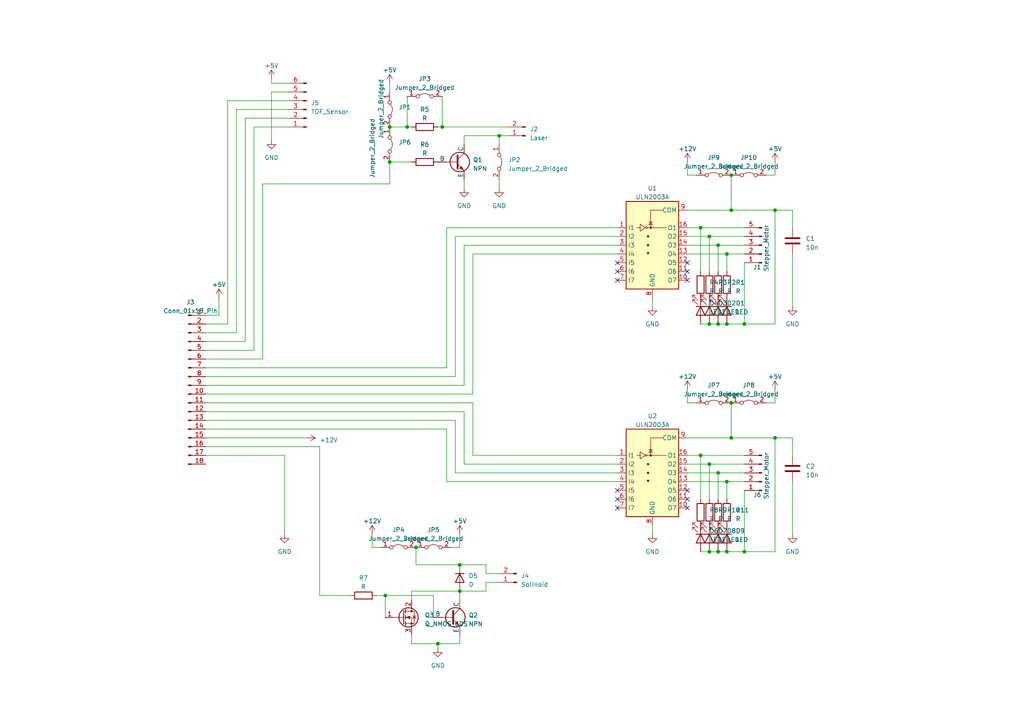
<source format=kicad_sch>
(kicad_sch (version 20230121) (generator eeschema)
  (paper "A4")
  (lib_symbols
    (symbol "Connector:Conn_01x02_Pin" (pin_names (offset 1.016) hide)
      (property "Reference" "J" (at 0 2.54 0))
      (property "Value" "Conn_01x02_Pin" (at 0 -5.08 0))
      (symbol "Conn_01x02_Pin_1_1"
        (polyline (pts (xy 1.27 -2.54) (xy 0.8636 -2.54)) (stroke (width 0.1524)))
        (polyline (pts (xy 1.27 0) (xy 0.8636 0)) (stroke (width 0.1524)))
        (rectangle (start 0.8636 -2.413) (end 0 -2.667) (stroke (width 0.1524)) (fill (type outline)))
        (rectangle (start 0.8636 0.127) (end 0 -0.127) (stroke (width 0.1524)) (fill (type outline)))
        (pin passive line (at 5.08 0 180) (length 3.81) (name "Pin_1") (number "1"))
        (pin passive line (at 5.08 -2.54 180) (length 3.81) (name "Pin_2") (number "2"))
      )
    )
    (symbol "Connector:Conn_01x05_Pin" (pin_names (offset 1.016) hide)
      (property "Reference" "J" (at 0 7.62 0))
      (property "Value" "Conn_01x05_Pin" (at 0 -7.62 0))
      (symbol "Conn_01x05_Pin_1_1"
        (polyline (pts (xy 1.27 -5.08) (xy 0.8636 -5.08)) (stroke (width 0.1524)))
        (polyline (pts (xy 1.27 -2.54) (xy 0.8636 -2.54)) (stroke (width 0.1524)))
        (polyline (pts (xy 1.27 0) (xy 0.8636 0)) (stroke (width 0.1524)))
        (polyline (pts (xy 1.27 2.54) (xy 0.8636 2.54)) (stroke (width 0.1524)))
        (polyline (pts (xy 1.27 5.08) (xy 0.8636 5.08)) (stroke (width 0.1524)))
        (rectangle (start 0.8636 -4.953) (end 0 -5.207) (stroke (width 0.1524)) (fill (type outline)))
        (rectangle (start 0.8636 -2.413) (end 0 -2.667) (stroke (width 0.1524)) (fill (type outline)))
        (rectangle (start 0.8636 0.127) (end 0 -0.127) (stroke (width 0.1524)) (fill (type outline)))
        (rectangle (start 0.8636 2.667) (end 0 2.413) (stroke (width 0.1524)) (fill (type outline)))
        (rectangle (start 0.8636 5.207) (end 0 4.953) (stroke (width 0.1524)) (fill (type outline)))
        (pin passive line (at 5.08 5.08 180) (length 3.81) (name "Pin_1") (number "1"))
        (pin passive line (at 5.08 2.54 180) (length 3.81) (name "Pin_2") (number "2"))
        (pin passive line (at 5.08 0 180) (length 3.81) (name "Pin_3") (number "3"))
        (pin passive line (at 5.08 -2.54 180) (length 3.81) (name "Pin_4") (number "4"))
        (pin passive line (at 5.08 -5.08 180) (length 3.81) (name "Pin_5") (number "5"))
      )
    )
    (symbol "Connector:Conn_01x06_Pin" (pin_names (offset 1.016) hide)
      (property "Reference" "J" (at 0 7.62 0))
      (property "Value" "Conn_01x06_Pin" (at 0 -10.16 0))
      (symbol "Conn_01x06_Pin_1_1"
        (polyline (pts (xy 1.27 -7.62) (xy 0.8636 -7.62)) (stroke (width 0.1524)))
        (polyline (pts (xy 1.27 -5.08) (xy 0.8636 -5.08)) (stroke (width 0.1524)))
        (polyline (pts (xy 1.27 -2.54) (xy 0.8636 -2.54)) (stroke (width 0.1524)))
        (polyline (pts (xy 1.27 0) (xy 0.8636 0)) (stroke (width 0.1524)))
        (polyline (pts (xy 1.27 2.54) (xy 0.8636 2.54)) (stroke (width 0.1524)))
        (polyline (pts (xy 1.27 5.08) (xy 0.8636 5.08)) (stroke (width 0.1524)))
        (rectangle (start 0.8636 -7.493) (end 0 -7.747) (stroke (width 0.1524)) (fill (type outline)))
        (rectangle (start 0.8636 -4.953) (end 0 -5.207) (stroke (width 0.1524)) (fill (type outline)))
        (rectangle (start 0.8636 -2.413) (end 0 -2.667) (stroke (width 0.1524)) (fill (type outline)))
        (rectangle (start 0.8636 0.127) (end 0 -0.127) (stroke (width 0.1524)) (fill (type outline)))
        (rectangle (start 0.8636 2.667) (end 0 2.413) (stroke (width 0.1524)) (fill (type outline)))
        (rectangle (start 0.8636 5.207) (end 0 4.953) (stroke (width 0.1524)) (fill (type outline)))
        (pin passive line (at 5.08 5.08 180) (length 3.81) (name "Pin_1") (number "1"))
        (pin passive line (at 5.08 2.54 180) (length 3.81) (name "Pin_2") (number "2"))
        (pin passive line (at 5.08 0 180) (length 3.81) (name "Pin_3") (number "3"))
        (pin passive line (at 5.08 -2.54 180) (length 3.81) (name "Pin_4") (number "4"))
        (pin passive line (at 5.08 -5.08 180) (length 3.81) (name "Pin_5") (number "5"))
        (pin passive line (at 5.08 -7.62 180) (length 3.81) (name "Pin_6") (number "6"))
      )
    )
    (symbol "Connector:Conn_01x18_Pin" (pin_names (offset 1.016) hide)
      (property "Reference" "J" (at 0 22.86 0))
      (property "Value" "Conn_01x18_Pin" (at 0 -25.4 0))
      (symbol "Conn_01x18_Pin_1_1"
        (polyline (pts (xy 1.27 -22.86) (xy 0.8636 -22.86)) (stroke (width 0.1524)))
        (polyline (pts (xy 1.27 -20.32) (xy 0.8636 -20.32)) (stroke (width 0.1524)))
        (polyline (pts (xy 1.27 -17.78) (xy 0.8636 -17.78)) (stroke (width 0.1524)))
        (polyline (pts (xy 1.27 -15.24) (xy 0.8636 -15.24)) (stroke (width 0.1524)))
        (polyline (pts (xy 1.27 -12.7) (xy 0.8636 -12.7)) (stroke (width 0.1524)))
        (polyline (pts (xy 1.27 -10.16) (xy 0.8636 -10.16)) (stroke (width 0.1524)))
        (polyline (pts (xy 1.27 -7.62) (xy 0.8636 -7.62)) (stroke (width 0.1524)))
        (polyline (pts (xy 1.27 -5.08) (xy 0.8636 -5.08)) (stroke (width 0.1524)))
        (polyline (pts (xy 1.27 -2.54) (xy 0.8636 -2.54)) (stroke (width 0.1524)))
        (polyline (pts (xy 1.27 0) (xy 0.8636 0)) (stroke (width 0.1524)))
        (polyline (pts (xy 1.27 2.54) (xy 0.8636 2.54)) (stroke (width 0.1524)))
        (polyline (pts (xy 1.27 5.08) (xy 0.8636 5.08)) (stroke (width 0.1524)))
        (polyline (pts (xy 1.27 7.62) (xy 0.8636 7.62)) (stroke (width 0.1524)))
        (polyline (pts (xy 1.27 10.16) (xy 0.8636 10.16)) (stroke (width 0.1524)))
        (polyline (pts (xy 1.27 12.7) (xy 0.8636 12.7)) (stroke (width 0.1524)))
        (polyline (pts (xy 1.27 15.24) (xy 0.8636 15.24)) (stroke (width 0.1524)))
        (polyline (pts (xy 1.27 17.78) (xy 0.8636 17.78)) (stroke (width 0.1524)))
        (polyline (pts (xy 1.27 20.32) (xy 0.8636 20.32)) (stroke (width 0.1524)))
        (rectangle (start 0.8636 -22.733) (end 0 -22.987) (stroke (width 0.1524)) (fill (type outline)))
        (rectangle (start 0.8636 -20.193) (end 0 -20.447) (stroke (width 0.1524)) (fill (type outline)))
        (rectangle (start 0.8636 -17.653) (end 0 -17.907) (stroke (width 0.1524)) (fill (type outline)))
        (rectangle (start 0.8636 -15.113) (end 0 -15.367) (stroke (width 0.1524)) (fill (type outline)))
        (rectangle (start 0.8636 -12.573) (end 0 -12.827) (stroke (width 0.1524)) (fill (type outline)))
        (rectangle (start 0.8636 -10.033) (end 0 -10.287) (stroke (width 0.1524)) (fill (type outline)))
        (rectangle (start 0.8636 -7.493) (end 0 -7.747) (stroke (width 0.1524)) (fill (type outline)))
        (rectangle (start 0.8636 -4.953) (end 0 -5.207) (stroke (width 0.1524)) (fill (type outline)))
        (rectangle (start 0.8636 -2.413) (end 0 -2.667) (stroke (width 0.1524)) (fill (type outline)))
        (rectangle (start 0.8636 0.127) (end 0 -0.127) (stroke (width 0.1524)) (fill (type outline)))
        (rectangle (start 0.8636 2.667) (end 0 2.413) (stroke (width 0.1524)) (fill (type outline)))
        (rectangle (start 0.8636 5.207) (end 0 4.953) (stroke (width 0.1524)) (fill (type outline)))
        (rectangle (start 0.8636 7.747) (end 0 7.493) (stroke (width 0.1524)) (fill (type outline)))
        (rectangle (start 0.8636 10.287) (end 0 10.033) (stroke (width 0.1524)) (fill (type outline)))
        (rectangle (start 0.8636 12.827) (end 0 12.573) (stroke (width 0.1524)) (fill (type outline)))
        (rectangle (start 0.8636 15.367) (end 0 15.113) (stroke (width 0.1524)) (fill (type outline)))
        (rectangle (start 0.8636 17.907) (end 0 17.653) (stroke (width 0.1524)) (fill (type outline)))
        (rectangle (start 0.8636 20.447) (end 0 20.193) (stroke (width 0.1524)) (fill (type outline)))
        (pin passive line (at 5.08 20.32 180) (length 3.81) (name "Pin_1") (number "1"))
        (pin passive line (at 5.08 -2.54 180) (length 3.81) (name "Pin_10") (number "10"))
        (pin passive line (at 5.08 -5.08 180) (length 3.81) (name "Pin_11") (number "11"))
        (pin passive line (at 5.08 -7.62 180) (length 3.81) (name "Pin_12") (number "12"))
        (pin passive line (at 5.08 -10.16 180) (length 3.81) (name "Pin_13") (number "13"))
        (pin passive line (at 5.08 -12.7 180) (length 3.81) (name "Pin_14") (number "14"))
        (pin passive line (at 5.08 -15.24 180) (length 3.81) (name "Pin_15") (number "15"))
        (pin passive line (at 5.08 -17.78 180) (length 3.81) (name "Pin_16") (number "16"))
        (pin passive line (at 5.08 -20.32 180) (length 3.81) (name "Pin_17") (number "17"))
        (pin passive line (at 5.08 -22.86 180) (length 3.81) (name "Pin_18") (number "18"))
        (pin passive line (at 5.08 17.78 180) (length 3.81) (name "Pin_2") (number "2"))
        (pin passive line (at 5.08 15.24 180) (length 3.81) (name "Pin_3") (number "3"))
        (pin passive line (at 5.08 12.7 180) (length 3.81) (name "Pin_4") (number "4"))
        (pin passive line (at 5.08 10.16 180) (length 3.81) (name "Pin_5") (number "5"))
        (pin passive line (at 5.08 7.62 180) (length 3.81) (name "Pin_6") (number "6"))
        (pin passive line (at 5.08 5.08 180) (length 3.81) (name "Pin_7") (number "7"))
        (pin passive line (at 5.08 2.54 180) (length 3.81) (name "Pin_8") (number "8"))
        (pin passive line (at 5.08 0 180) (length 3.81) (name "Pin_9") (number "9"))
      )
    )
    (symbol "Device:C" (pin_numbers hide) (pin_names (offset 0.254))
      (property "Reference" "C" (at 0.635 2.54 0))
      (property "Value" "C" (at 0.635 -2.54 0))
      (symbol "C_0_1"
        (polyline (pts (xy -2.032 -0.762) (xy 2.032 -0.762)) (stroke (width 0.508)))
        (polyline (pts (xy -2.032 0.762) (xy 2.032 0.762)) (stroke (width 0.508)))
      )
      (symbol "C_1_1"
        (pin passive line (at 0 3.81 270) (length 2.794) (name "~") (number "1"))
        (pin passive line (at 0 -3.81 90) (length 2.794) (name "~") (number "2"))
      )
    )
    (symbol "Device:D" (pin_numbers hide) (pin_names (offset 1.016) hide)
      (property "Reference" "D" (at 0 2.54 0))
      (property "Value" "D" (at 0 -2.54 0))
      (symbol "D_0_1"
        (polyline (pts (xy -1.27 1.27) (xy -1.27 -1.27)) (stroke (width 0.254)))
        (polyline (pts (xy 1.27 0) (xy -1.27 0)))
        (polyline (pts (xy 1.27 1.27) (xy 1.27 -1.27) (xy -1.27 0) (xy 1.27 1.27)) (stroke (width 0.254)))
      )
      (symbol "D_1_1"
        (pin passive line (at -3.81 0 0) (length 2.54) (name "K") (number "1"))
        (pin passive line (at 3.81 0 180) (length 2.54) (name "A") (number "2"))
      )
    )
    (symbol "Device:LED" (pin_numbers hide) (pin_names (offset 1.016) hide)
      (property "Reference" "D" (at 0 2.54 0))
      (property "Value" "LED" (at 0 -2.54 0))
      (symbol "LED_0_1"
        (polyline (pts (xy -1.27 -1.27) (xy -1.27 1.27)) (stroke (width 0.254)))
        (polyline (pts (xy -1.27 0) (xy 1.27 0)))
        (polyline (pts (xy 1.27 -1.27) (xy 1.27 1.27) (xy -1.27 0) (xy 1.27 -1.27)) (stroke (width 0.254)))
        (polyline (pts (xy -3.048 -0.762) (xy -4.572 -2.286) (xy -3.81 -2.286) (xy -4.572 -2.286) (xy -4.572 -1.524)))
        (polyline (pts (xy -1.778 -0.762) (xy -3.302 -2.286) (xy -2.54 -2.286) (xy -3.302 -2.286) (xy -3.302 -1.524)))
      )
      (symbol "LED_1_1"
        (pin passive line (at -3.81 0 0) (length 2.54) (name "K") (number "1"))
        (pin passive line (at 3.81 0 180) (length 2.54) (name "A") (number "2"))
      )
    )
    (symbol "Device:Q_NMOS_GDS" (pin_names (offset 0) hide)
      (property "Reference" "Q" (at 5.08 1.27 0))
      (property "Value" "Q_NMOS_GDS" (at 5.08 -1.27 0))
      (symbol "Q_NMOS_GDS_0_1"
        (polyline (pts (xy 0.254 0) (xy -2.54 0)))
        (polyline (pts (xy 0.254 1.905) (xy 0.254 -1.905)) (stroke (width 0.254)))
        (polyline (pts (xy 0.762 -1.27) (xy 0.762 -2.286)) (stroke (width 0.254)))
        (polyline (pts (xy 0.762 0.508) (xy 0.762 -0.508)) (stroke (width 0.254)))
        (polyline (pts (xy 0.762 2.286) (xy 0.762 1.27)) (stroke (width 0.254)))
        (polyline (pts (xy 2.54 2.54) (xy 2.54 1.778)))
        (polyline (pts (xy 2.54 -2.54) (xy 2.54 0) (xy 0.762 0)))
        (polyline (pts (xy 0.762 -1.778) (xy 3.302 -1.778) (xy 3.302 1.778) (xy 0.762 1.778)))
        (polyline (pts (xy 1.016 0) (xy 2.032 0.381) (xy 2.032 -0.381) (xy 1.016 0)) (fill (type outline)))
        (polyline (pts (xy 2.794 0.508) (xy 2.921 0.381) (xy 3.683 0.381) (xy 3.81 0.254)))
        (polyline (pts (xy 3.302 0.381) (xy 2.921 -0.254) (xy 3.683 -0.254) (xy 3.302 0.381)))
        (circle (center 1.651 0) (radius 2.794) (stroke (width 0.254)))
        (circle (center 2.54 -1.778) (radius 0.254) (fill (type outline)))
        (circle (center 2.54 1.778) (radius 0.254) (fill (type outline)))
      )
      (symbol "Q_NMOS_GDS_1_1"
        (pin input line (at -5.08 0 0) (length 2.54) (name "G") (number "1"))
        (pin passive line (at 2.54 5.08 270) (length 2.54) (name "D") (number "2"))
        (pin passive line (at 2.54 -5.08 90) (length 2.54) (name "S") (number "3"))
      )
    )
    (symbol "Device:R" (pin_numbers hide) (pin_names (offset 0))
      (property "Reference" "R" (at 2.032 0 90))
      (property "Value" "R" (at 0 0 90))
      (symbol "R_0_1"
        (rectangle (start -1.016 -2.54) (end 1.016 2.54) (stroke (width 0.254)))
      )
      (symbol "R_1_1"
        (pin passive line (at 0 3.81 270) (length 1.27) (name "~") (number "1"))
        (pin passive line (at 0 -3.81 90) (length 1.27) (name "~") (number "2"))
      )
    )
    (symbol "Jumper:Jumper_2_Bridged" (pin_names (offset 0) hide)
      (property "Reference" "JP" (at 0 1.905 0))
      (property "Value" "Jumper_2_Bridged" (at 0 -2.54 0))
      (symbol "Jumper_2_Bridged_0_0"
        (circle (center -2.032 0) (radius 0.508))
        (circle (center 2.032 0) (radius 0.508))
      )
      (symbol "Jumper_2_Bridged_0_1"
        (arc (start 1.524 0.254) (mid 0 0.762) (end -1.524 0.254))
      )
      (symbol "Jumper_2_Bridged_1_1"
        (pin passive line (at -5.08 0 0) (length 2.54) (name "A") (number "1"))
        (pin passive line (at 5.08 0 180) (length 2.54) (name "B") (number "2"))
      )
    )
    (symbol "Simulation_SPICE:NPN" (pin_numbers hide) (pin_names (offset 0))
      (property "Reference" "Q" (at -2.54 7.62 0))
      (property "Value" "NPN" (at -2.54 5.08 0))
      (symbol "NPN_0_1"
        (polyline (pts (xy -2.54 0) (xy 0.635 0)) (stroke (width 0.1524)))
        (polyline (pts (xy 0.635 0.635) (xy 2.54 2.54)))
        (polyline (pts (xy 2.794 -1.27) (xy 2.794 -1.27)) (stroke (width 0.1524)))
        (polyline (pts (xy 2.794 -1.27) (xy 2.794 -1.27)) (stroke (width 0.1524)))
        (polyline (pts (xy 0.635 -0.635) (xy 2.54 -2.54) (xy 2.54 -2.54)))
        (polyline (pts (xy 0.635 1.905) (xy 0.635 -1.905) (xy 0.635 -1.905)) (stroke (width 0.508)))
        (polyline (pts (xy 1.27 -1.778) (xy 1.778 -1.27) (xy 2.286 -2.286) (xy 1.27 -1.778) (xy 1.27 -1.778)) (fill (type outline)))
        (circle (center 1.27 0) (radius 2.8194) (stroke (width 0.254)))
      )
      (symbol "NPN_1_1"
        (pin open_collector line (at 2.54 5.08 270) (length 2.54) (name "C") (number "1"))
        (pin input line (at -5.08 0 0) (length 2.54) (name "B") (number "2"))
        (pin open_emitter line (at 2.54 -5.08 90) (length 2.54) (name "E") (number "3"))
      )
    )
    (symbol "Transistor_Array:ULN2003A"
      (property "Reference" "U" (at 0 15.875 0))
      (property "Value" "ULN2003A" (at 0 13.97 0))
      (symbol "ULN2003A_0_1"
        (rectangle (start -7.62 -12.7) (end 7.62 12.7) (stroke (width 0.254)) (fill (type background)))
        (circle (center -1.778 5.08) (radius 0.254))
        (circle (center -1.27 -2.286) (radius 0.254) (fill (type outline)))
        (circle (center -1.27 0) (radius 0.254) (fill (type outline)))
        (circle (center -1.27 2.54) (radius 0.254) (fill (type outline)))
        (circle (center -0.508 5.08) (radius 0.254) (fill (type outline)))
        (polyline (pts (xy -4.572 5.08) (xy -3.556 5.08)))
        (polyline (pts (xy -1.524 5.08) (xy 4.064 5.08)))
        (polyline (pts (xy 0 6.731) (xy -1.016 6.731)))
        (polyline (pts (xy -0.508 5.08) (xy -0.508 10.16) (xy 2.921 10.16)))
        (polyline (pts (xy -3.556 6.096) (xy -3.556 4.064) (xy -2.032 5.08) (xy -3.556 6.096)))
        (polyline (pts (xy 0 5.969) (xy -1.016 5.969) (xy -0.508 6.731) (xy 0 5.969)))
      )
      (symbol "ULN2003A_1_1"
        (pin input line (at -10.16 5.08 0) (length 2.54) (name "I1") (number "1"))
        (pin open_collector line (at 10.16 -10.16 180) (length 2.54) (name "O7") (number "10"))
        (pin open_collector line (at 10.16 -7.62 180) (length 2.54) (name "O6") (number "11"))
        (pin open_collector line (at 10.16 -5.08 180) (length 2.54) (name "O5") (number "12"))
        (pin open_collector line (at 10.16 -2.54 180) (length 2.54) (name "O4") (number "13"))
        (pin open_collector line (at 10.16 0 180) (length 2.54) (name "O3") (number "14"))
        (pin open_collector line (at 10.16 2.54 180) (length 2.54) (name "O2") (number "15"))
        (pin open_collector line (at 10.16 5.08 180) (length 2.54) (name "O1") (number "16"))
        (pin input line (at -10.16 2.54 0) (length 2.54) (name "I2") (number "2"))
        (pin input line (at -10.16 0 0) (length 2.54) (name "I3") (number "3"))
        (pin input line (at -10.16 -2.54 0) (length 2.54) (name "I4") (number "4"))
        (pin input line (at -10.16 -5.08 0) (length 2.54) (name "I5") (number "5"))
        (pin input line (at -10.16 -7.62 0) (length 2.54) (name "I6") (number "6"))
        (pin input line (at -10.16 -10.16 0) (length 2.54) (name "I7") (number "7"))
        (pin power_in line (at 0 -15.24 90) (length 2.54) (name "GND") (number "8"))
        (pin passive line (at 10.16 10.16 180) (length 2.54) (name "COM") (number "9"))
      )
    )
    (symbol "power:+12V" (power) (pin_names (offset 0))
      (property "Value" "+12V" (at 0 3.556 0))
      (symbol "+12V_0_1"
        (polyline (pts (xy -0.762 1.27) (xy 0 2.54)))
        (polyline (pts (xy 0 0) (xy 0 2.54)))
        (polyline (pts (xy 0 2.54) (xy 0.762 1.27)))
      )
      (symbol "+12V_1_1"
        (pin power_in line (at 0 0 90) (length 0) hide (name "+12V") (number "1"))
      )
    )
    (symbol "power:+5V" (power) (pin_names (offset 0))
      (property "Value" "+5V" (at 0 3.556 0))
      (symbol "+5V_0_1"
        (polyline (pts (xy -0.762 1.27) (xy 0 2.54)))
        (polyline (pts (xy 0 0) (xy 0 2.54)))
        (polyline (pts (xy 0 2.54) (xy 0.762 1.27)))
      )
      (symbol "+5V_1_1"
        (pin power_in line (at 0 0 90) (length 0) hide (name "+5V") (number "1"))
      )
    )
    (symbol "power:GND" (power) (pin_names (offset 0))
      (property "Value" "GND" (at 0 -3.81 0))
      (symbol "GND_0_1"
        (polyline (pts (xy 0 0) (xy 0 -1.27) (xy 1.27 -1.27) (xy 0 -2.54) (xy -1.27 -1.27) (xy 0 -1.27)))
      )
      (symbol "GND_1_1"
        (pin power_in line (at 0 0 270) (length 0) hide (name "GND") (number "1"))
      )
    )
  )
  (junction (at 215.9 160.02))
  (junction (at 212.09 116.84))
  (junction (at 111.76 172.72))
  (junction (at 205.74 134.62))
  (junction (at 118.11 36.83))
  (junction (at 208.28 71.12))
  (junction (at 127 186.69))
  (junction (at 133.35 171.45))
  (junction (at 203.2 132.08))
  (junction (at 212.09 50.8))
  (junction (at 212.09 60.96))
  (junction (at 208.28 93.98))
  (junction (at 128.27 36.83))
  (junction (at 203.2 66.04))
  (junction (at 210.82 93.98))
  (junction (at 210.82 139.7))
  (junction (at 133.35 163.83))
  (junction (at 205.74 68.58))
  (junction (at 205.74 93.98))
  (junction (at 120.65 158.75))
  (junction (at 224.79 60.96))
  (junction (at 210.82 73.66))
  (junction (at 208.28 160.02))
  (junction (at 113.03 36.83))
  (junction (at 215.9 93.98))
  (junction (at 212.09 127))
  (junction (at 208.28 137.16))
  (junction (at 113.03 46.99))
  (junction (at 210.82 160.02))
  (junction (at 205.74 160.02))
  (junction (at 144.78 39.37))
  (junction (at 224.79 127))
  (no_connect (at 199.39 147.32))
  (no_connect (at 179.07 81.28))
  (no_connect (at 199.39 142.24))
  (no_connect (at 199.39 81.28))
  (no_connect (at 199.39 76.2))
  (no_connect (at 179.07 144.78))
  (no_connect (at 179.07 142.24))
  (no_connect (at 179.07 76.2))
  (no_connect (at 179.07 147.32))
  (no_connect (at 199.39 78.74))
  (no_connect (at 199.39 144.78))
  (no_connect (at 179.07 78.74))
  (wire (pts (xy 137.16 116.84) (xy 137.16 132.08)))
  (wire (pts (xy 215.9 142.24) (xy 215.9 160.02)))
  (wire (pts (xy 111.76 172.72) (xy 111.76 179.07)))
  (wire (pts (xy 205.74 160.02) (xy 208.28 160.02)))
  (wire (pts (xy 134.62 39.37) (xy 144.78 39.37)))
  (wire (pts (xy 83.82 29.21) (xy 66.04 29.21)))
  (wire (pts (xy 210.82 139.7) (xy 210.82 144.78)))
  (wire (pts (xy 199.39 50.8) (xy 201.93 50.8)))
  (wire (pts (xy 129.54 66.04) (xy 129.54 106.68)))
  (wire (pts (xy 59.69 114.3) (xy 137.16 114.3)))
  (wire (pts (xy 132.08 137.16) (xy 179.07 137.16)))
  (wire (pts (xy 59.69 121.92) (xy 132.08 121.92)))
  (wire (pts (xy 68.58 31.75) (xy 68.58 96.52)))
  (wire (pts (xy 107.95 154.94) (xy 107.95 158.75)))
  (wire (pts (xy 212.09 127) (xy 224.79 127)))
  (wire (pts (xy 59.69 104.14) (xy 76.2 104.14)))
  (wire (pts (xy 210.82 160.02) (xy 215.9 160.02)))
  (wire (pts (xy 120.65 158.75) (xy 120.65 163.83)))
  (wire (pts (xy 59.69 132.08) (xy 82.55 132.08)))
  (wire (pts (xy 78.74 22.86) (xy 78.74 24.13)))
  (wire (pts (xy 203.2 66.04) (xy 215.9 66.04)))
  (wire (pts (xy 205.74 68.58) (xy 205.74 78.74)))
  (wire (pts (xy 199.39 60.96) (xy 212.09 60.96)))
  (wire (pts (xy 76.2 53.34) (xy 76.2 104.14)))
  (wire (pts (xy 127 36.83) (xy 128.27 36.83)))
  (wire (pts (xy 224.79 127) (xy 224.79 160.02)))
  (wire (pts (xy 132.08 68.58) (xy 132.08 109.22)))
  (wire (pts (xy 203.2 160.02) (xy 205.74 160.02)))
  (wire (pts (xy 210.82 73.66) (xy 210.82 78.74)))
  (wire (pts (xy 132.08 68.58) (xy 179.07 68.58)))
  (wire (pts (xy 229.87 60.96) (xy 229.87 66.04)))
  (wire (pts (xy 92.71 129.54) (xy 59.69 129.54)))
  (wire (pts (xy 107.95 158.75) (xy 110.49 158.75)))
  (wire (pts (xy 199.39 116.84) (xy 201.93 116.84)))
  (wire (pts (xy 83.82 34.29) (xy 71.12 34.29)))
  (wire (pts (xy 203.2 132.08) (xy 215.9 132.08)))
  (wire (pts (xy 134.62 134.62) (xy 134.62 119.38)))
  (wire (pts (xy 144.78 54.61) (xy 144.78 52.07)))
  (wire (pts (xy 199.39 73.66) (xy 210.82 73.66)))
  (wire (pts (xy 208.28 160.02) (xy 210.82 160.02)))
  (wire (pts (xy 134.62 54.61) (xy 134.62 52.07)))
  (wire (pts (xy 127 186.69) (xy 119.38 186.69)))
  (wire (pts (xy 144.78 39.37) (xy 147.32 39.37)))
  (wire (pts (xy 133.35 184.15) (xy 133.35 186.69)))
  (wire (pts (xy 208.28 71.12) (xy 215.9 71.12)))
  (wire (pts (xy 179.07 134.62) (xy 134.62 134.62)))
  (wire (pts (xy 224.79 127) (xy 229.87 127)))
  (wire (pts (xy 59.69 124.46) (xy 129.54 124.46)))
  (wire (pts (xy 92.71 172.72) (xy 101.6 172.72)))
  (wire (pts (xy 59.69 109.22) (xy 132.08 109.22)))
  (wire (pts (xy 210.82 93.98) (xy 215.9 93.98)))
  (wire (pts (xy 119.38 171.45) (xy 119.38 173.99)))
  (wire (pts (xy 113.03 46.99) (xy 119.38 46.99)))
  (wire (pts (xy 199.39 46.99) (xy 199.39 50.8)))
  (wire (pts (xy 224.79 46.99) (xy 224.79 50.8)))
  (wire (pts (xy 212.09 60.96) (xy 224.79 60.96)))
  (wire (pts (xy 140.97 168.91) (xy 140.97 171.45)))
  (wire (pts (xy 92.71 129.54) (xy 92.71 172.72)))
  (wire (pts (xy 215.9 76.2) (xy 215.9 93.98)))
  (wire (pts (xy 199.39 71.12) (xy 208.28 71.12)))
  (wire (pts (xy 128.27 36.83) (xy 147.32 36.83)))
  (wire (pts (xy 208.28 71.12) (xy 208.28 78.74)))
  (wire (pts (xy 199.39 134.62) (xy 205.74 134.62)))
  (wire (pts (xy 229.87 73.66) (xy 229.87 88.9)))
  (wire (pts (xy 199.39 137.16) (xy 208.28 137.16)))
  (wire (pts (xy 59.69 111.76) (xy 134.62 111.76)))
  (wire (pts (xy 137.16 73.66) (xy 137.16 114.3)))
  (wire (pts (xy 125.73 179.07) (xy 125.73 172.72)))
  (wire (pts (xy 205.74 134.62) (xy 215.9 134.62)))
  (wire (pts (xy 215.9 93.98) (xy 224.79 93.98)))
  (wire (pts (xy 210.82 73.66) (xy 215.9 73.66)))
  (wire (pts (xy 129.54 139.7) (xy 179.07 139.7)))
  (wire (pts (xy 118.11 27.94) (xy 118.11 36.83)))
  (wire (pts (xy 133.35 171.45) (xy 133.35 173.99)))
  (wire (pts (xy 113.03 36.83) (xy 118.11 36.83)))
  (wire (pts (xy 83.82 31.75) (xy 68.58 31.75)))
  (wire (pts (xy 208.28 93.98) (xy 210.82 93.98)))
  (wire (pts (xy 71.12 34.29) (xy 71.12 99.06)))
  (wire (pts (xy 59.69 106.68) (xy 129.54 106.68)))
  (wire (pts (xy 129.54 66.04) (xy 179.07 66.04)))
  (wire (pts (xy 208.28 137.16) (xy 215.9 137.16)))
  (wire (pts (xy 63.5 86.36) (xy 63.5 91.44)))
  (wire (pts (xy 212.09 116.84) (xy 212.09 127)))
  (wire (pts (xy 205.74 68.58) (xy 215.9 68.58)))
  (wire (pts (xy 137.16 132.08) (xy 179.07 132.08)))
  (wire (pts (xy 78.74 40.64) (xy 78.74 26.67)))
  (wire (pts (xy 133.35 158.75) (xy 130.81 158.75)))
  (wire (pts (xy 199.39 113.03) (xy 199.39 116.84)))
  (wire (pts (xy 203.2 66.04) (xy 203.2 78.74)))
  (wire (pts (xy 205.74 93.98) (xy 208.28 93.98)))
  (wire (pts (xy 133.35 186.69) (xy 127 186.69)))
  (wire (pts (xy 224.79 113.03) (xy 224.79 116.84)))
  (wire (pts (xy 133.35 154.94) (xy 133.35 158.75)))
  (wire (pts (xy 125.73 172.72) (xy 111.76 172.72)))
  (wire (pts (xy 133.35 171.45) (xy 119.38 171.45)))
  (wire (pts (xy 134.62 41.91) (xy 134.62 39.37)))
  (wire (pts (xy 73.66 101.6) (xy 59.69 101.6)))
  (wire (pts (xy 140.97 166.37) (xy 140.97 163.83)))
  (wire (pts (xy 76.2 53.34) (xy 113.03 53.34)))
  (wire (pts (xy 199.39 127) (xy 212.09 127)))
  (wire (pts (xy 189.23 152.4) (xy 189.23 154.94)))
  (wire (pts (xy 59.69 93.98) (xy 66.04 93.98)))
  (wire (pts (xy 212.09 50.8) (xy 212.09 60.96)))
  (wire (pts (xy 120.65 163.83) (xy 133.35 163.83)))
  (wire (pts (xy 118.11 36.83) (xy 119.38 36.83)))
  (wire (pts (xy 199.39 139.7) (xy 210.82 139.7)))
  (wire (pts (xy 203.2 132.08) (xy 203.2 144.78)))
  (wire (pts (xy 224.79 60.96) (xy 224.79 93.98)))
  (wire (pts (xy 208.28 137.16) (xy 208.28 144.78)))
  (wire (pts (xy 140.97 171.45) (xy 133.35 171.45)))
  (wire (pts (xy 199.39 132.08) (xy 203.2 132.08)))
  (wire (pts (xy 71.12 99.06) (xy 59.69 99.06)))
  (wire (pts (xy 109.22 172.72) (xy 111.76 172.72)))
  (wire (pts (xy 113.03 53.34) (xy 113.03 46.99)))
  (wire (pts (xy 78.74 26.67) (xy 83.82 26.67)))
  (wire (pts (xy 88.9 127) (xy 59.69 127)))
  (wire (pts (xy 82.55 132.08) (xy 82.55 154.94)))
  (wire (pts (xy 210.82 139.7) (xy 215.9 139.7)))
  (wire (pts (xy 68.58 96.52) (xy 59.69 96.52)))
  (wire (pts (xy 59.69 91.44) (xy 63.5 91.44)))
  (wire (pts (xy 134.62 71.12) (xy 179.07 71.12)))
  (wire (pts (xy 78.74 24.13) (xy 83.82 24.13)))
  (wire (pts (xy 189.23 86.36) (xy 189.23 88.9)))
  (wire (pts (xy 144.78 41.91) (xy 144.78 39.37)))
  (wire (pts (xy 205.74 134.62) (xy 205.74 144.78)))
  (wire (pts (xy 224.79 116.84) (xy 222.25 116.84)))
  (wire (pts (xy 59.69 116.84) (xy 137.16 116.84)))
  (wire (pts (xy 134.62 71.12) (xy 134.62 111.76)))
  (wire (pts (xy 127 186.69) (xy 127 187.96)))
  (wire (pts (xy 229.87 127) (xy 229.87 132.08)))
  (wire (pts (xy 119.38 186.69) (xy 119.38 184.15)))
  (wire (pts (xy 132.08 121.92) (xy 132.08 137.16)))
  (wire (pts (xy 224.79 60.96) (xy 229.87 60.96)))
  (wire (pts (xy 134.62 119.38) (xy 59.69 119.38)))
  (wire (pts (xy 224.79 50.8) (xy 222.25 50.8)))
  (wire (pts (xy 137.16 73.66) (xy 179.07 73.66)))
  (wire (pts (xy 229.87 139.7) (xy 229.87 154.94)))
  (wire (pts (xy 144.78 168.91) (xy 140.97 168.91)))
  (wire (pts (xy 133.35 163.83) (xy 140.97 163.83)))
  (wire (pts (xy 129.54 124.46) (xy 129.54 139.7)))
  (wire (pts (xy 73.66 36.83) (xy 73.66 101.6)))
  (wire (pts (xy 113.03 24.13) (xy 113.03 26.67)))
  (wire (pts (xy 199.39 66.04) (xy 203.2 66.04)))
  (wire (pts (xy 144.78 166.37) (xy 140.97 166.37)))
  (wire (pts (xy 203.2 93.98) (xy 205.74 93.98)))
  (wire (pts (xy 66.04 29.21) (xy 66.04 93.98)))
  (wire (pts (xy 83.82 36.83) (xy 73.66 36.83)))
  (wire (pts (xy 128.27 27.94) (xy 128.27 36.83)))
  (wire (pts (xy 215.9 160.02) (xy 224.79 160.02)))
  (wire (pts (xy 199.39 68.58) (xy 205.74 68.58)))
  (symbol (lib_id "Device:LED") (at 208.28 90.17 270) (unit 1)
    (property "Reference" "D2" (at 210.82 87.9475 90) (effects (justify left)))
    (property "Value" "LED" (at 210.82 90.4875 90) (effects (justify left)))
    (property "Footprint" "LED_THT:LED_D3.0mm" (effects hide))
  )
  (symbol (lib_id "power:+5V") (at 224.79 113.03 0) (unit 1)
    (property "Reference" "#PWR019" (effects hide))
    (property "Value" "+5V" (at 224.79 109.22 0))
  )
  (symbol (lib_id "Device:LED") (at 205.74 156.21 270) (unit 1)
    (property "Reference" "D7" (at 208.28 153.9875 90) (effects (justify left)))
    (property "Value" "LED" (at 208.28 156.5275 90) (effects (justify left)))
    (property "Footprint" "LED_THT:LED_D3.0mm" (effects hide))
  )
  (symbol (lib_id "Connector:Conn_01x06_Pin") (at 88.9 31.75 180) (unit 1)
    (property "Reference" "J5" (at 90.17 29.845 0) (effects (justify right)))
    (property "Value" "TOF_Sensor" (at 90.17 32.385 0) (effects (justify right)))
    (property "Footprint" "Connector_JST:JST_EH_B6B-EH-A_1x06_P2.50mm_Vertical" (effects hide))
  )
  (symbol (lib_id "Device:R") (at 105.41 172.72 270) (unit 1)
    (property "Reference" "R7" (at 105.41 167.64 90))
    (property "Value" "R" (at 105.41 170.18 90))
    (property "Footprint" "Resistor_THT:R_Axial_DIN0207_L6.3mm_D2.5mm_P10.16mm_Horizontal" (effects hide))
  )
  (symbol (lib_id "power:GND") (at 144.78 54.61 0) (unit 1)
    (property "Reference" "#PWR09" (effects hide))
    (property "Value" "GND" (at 144.78 59.69 0))
  )
  (symbol (lib_id "power:+5V") (at 113.03 24.13 0) (unit 1)
    (property "Reference" "#PWR08" (effects hide))
    (property "Value" "+5V" (at 113.03 20.32 0))
  )
  (symbol (lib_id "Jumper:Jumper_2_Bridged") (at 125.73 158.75 0) (unit 1)
    (property "Reference" "JP5" (at 125.73 153.67 0))
    (property "Value" "Jumper_2_Bridged" (at 125.73 156.21 0))
    (property "Footprint" "Jumper:SolderJumper-2_P1.3mm_Bridged_RoundedPad1.0x1.5mm" (effects hide))
  )
  (symbol (lib_id "Connector:Conn_01x05_Pin") (at 220.98 71.12 180) (unit 1)
    (property "Reference" "J1" (at 218.44 77.47 0) (effects (justify right)))
    (property "Value" "Stepper_Motor" (at 222.25 78.74 90) (effects (justify right)))
    (property "Footprint" "Connector_JST:JST_EH_B5B-EH-A_1x05_P2.50mm_Vertical" (effects hide))
  )
  (symbol (lib_id "Simulation_SPICE:NPN") (at 132.08 46.99 0) (unit 1)
    (property "Reference" "Q1" (at 137.16 46.355 0) (effects (justify left)))
    (property "Value" "NPN" (at 137.16 48.895 0) (effects (justify left)))
    (property "Footprint" "Package_TO_SOT_THT:TO-92_Wide" (effects hide))
    (property "Sim.Device" "NPN" (effects hide))
    (property "Sim.Type" "GUMMELPOON" (effects hide))
    (property "Sim.Pins" "1=C 2=B 3=E" (effects hide))
  )
  (symbol (lib_id "power:+12V") (at 199.39 46.99 0) (unit 1)
    (property "Reference" "#PWR01" (effects hide))
    (property "Value" "+12V" (at 199.39 43.18 0))
  )
  (symbol (lib_id "Device:R") (at 123.19 46.99 270) (unit 1)
    (property "Reference" "R6" (at 123.19 41.91 90))
    (property "Value" "R" (at 123.19 44.45 90))
    (property "Footprint" "Resistor_THT:R_Axial_DIN0207_L6.3mm_D2.5mm_P10.16mm_Horizontal" (effects hide))
  )
  (symbol (lib_id "Device:D") (at 133.35 167.64 270) (unit 1)
    (property "Reference" "D5" (at 135.89 167.005 90) (effects (justify left)))
    (property "Value" "D" (at 135.89 169.545 90) (effects (justify left)))
    (property "Footprint" "Diode_THT:D_A-405_P10.16mm_Horizontal" (effects hide))
    (property "Sim.Device" "D" (effects hide))
    (property "Sim.Pins" "1=K 2=A" (effects hide))
  )
  (symbol (lib_id "Device:R") (at 123.19 36.83 270) (unit 1)
    (property "Reference" "R5" (at 123.19 31.75 90))
    (property "Value" "R" (at 123.19 34.29 90))
    (property "Footprint" "Resistor_THT:R_Axial_DIN0207_L6.3mm_D2.5mm_P10.16mm_Horizontal" (effects hide))
  )
  (symbol (lib_id "Device:Q_NMOS_GDS") (at 116.84 179.07 0) (unit 1)
    (property "Reference" "Q3" (at 123.19 178.435 0) (effects (justify left)))
    (property "Value" "Q_NMOS_GDS" (at 123.19 180.975 0) (effects (justify left)))
    (property "Footprint" "Package_TO_SOT_THT:TO-220-3_Vertical" (effects hide))
  )
  (symbol (lib_id "Device:LED") (at 205.74 90.17 270) (unit 1)
    (property "Reference" "D3" (at 208.28 87.9475 90) (effects (justify left)))
    (property "Value" "LED" (at 208.28 90.4875 90) (effects (justify left)))
    (property "Footprint" "LED_THT:LED_D3.0mm" (effects hide))
  )
  (symbol (lib_id "Device:R") (at 203.2 148.59 0) (unit 1)
    (property "Reference" "R8" (at 205.74 147.955 0) (effects (justify left)))
    (property "Value" "R" (at 205.74 150.495 0) (effects (justify left)))
    (property "Footprint" "Resistor_THT:R_Axial_DIN0207_L6.3mm_D2.5mm_P10.16mm_Horizontal" (effects hide))
  )
  (symbol (lib_id "Jumper:Jumper_2_Bridged") (at 217.17 116.84 0) (unit 1)
    (property "Reference" "JP8" (at 217.17 111.76 0))
    (property "Value" "Jumper_2_Bridged" (at 217.17 114.3 0))
    (property "Footprint" "Jumper:SolderJumper-2_P1.3mm_Bridged_RoundedPad1.0x1.5mm" (effects hide))
  )
  (symbol (lib_id "power:+5V") (at 63.5 86.36 0) (unit 1)
    (property "Reference" "#PWR014" (effects hide))
    (property "Value" "+5V" (at 63.5 82.55 0))
  )
  (symbol (lib_id "Connector:Conn_01x02_Pin") (at 149.86 168.91 180) (unit 1)
    (property "Reference" "J4" (at 151.13 167.005 0) (effects (justify right)))
    (property "Value" "Solinoid" (at 151.13 169.545 0) (effects (justify right)))
    (property "Footprint" "Connector_JST:JST_EH_B2B-EH-A_1x02_P2.50mm_Vertical" (effects hide))
  )
  (symbol (lib_id "Device:R") (at 205.74 148.59 0) (unit 1)
    (property "Reference" "R9" (at 208.28 147.955 0) (effects (justify left)))
    (property "Value" "R" (at 208.28 150.495 0) (effects (justify left)))
    (property "Footprint" "Resistor_THT:R_Axial_DIN0207_L6.3mm_D2.5mm_P10.16mm_Horizontal" (effects hide))
  )
  (symbol (lib_id "Device:LED") (at 210.82 90.17 270) (unit 1)
    (property "Reference" "D1" (at 213.36 87.9475 90) (effects (justify left)))
    (property "Value" "LED" (at 213.36 90.4875 90) (effects (justify left)))
    (property "Footprint" "LED_THT:LED_D3.0mm" (effects hide))
  )
  (symbol (lib_id "Device:LED") (at 208.28 156.21 270) (unit 1)
    (property "Reference" "D8" (at 210.82 153.9875 90) (effects (justify left)))
    (property "Value" "LED" (at 210.82 156.5275 90) (effects (justify left)))
    (property "Footprint" "LED_THT:LED_D3.0mm" (effects hide))
  )
  (symbol (lib_id "Connector:Conn_01x18_Pin") (at 54.61 111.76 0) (unit 1)
    (property "Reference" "J3" (at 55.245 87.63 0))
    (property "Value" "Conn_01x18_Pin" (at 55.245 90.17 0))
    (property "Footprint" "Connector_PinSocket_2.54mm:PinSocket_1x18_P2.54mm_Vertical" (effects hide))
  )
  (symbol (lib_id "power:GND") (at 189.23 88.9 0) (unit 1)
    (property "Reference" "#PWR02" (effects hide))
    (property "Value" "GND" (at 189.23 93.98 0))
  )
  (symbol (lib_id "power:+12V") (at 199.39 113.03 0) (unit 1)
    (property "Reference" "#PWR018" (effects hide))
    (property "Value" "+12V" (at 199.39 109.22 0))
  )
  (symbol (lib_id "Device:R") (at 205.74 82.55 0) (unit 1)
    (property "Reference" "R3" (at 208.28 81.915 0) (effects (justify left)))
    (property "Value" "R" (at 208.28 84.455 0) (effects (justify left)))
    (property "Footprint" "Resistor_THT:R_Axial_DIN0207_L6.3mm_D2.5mm_P10.16mm_Horizontal" (effects hide))
  )
  (symbol (lib_id "Jumper:Jumper_2_Bridged") (at 113.03 41.91 270) (unit 1)
    (property "Reference" "JP6" (at 115.57 41.275 90) (effects (justify left)))
    (property "Value" "Jumper_2_Bridged" (at 107.95 34.29 0) (effects (justify left)))
    (property "Footprint" "Jumper:SolderJumper-2_P1.3mm_Bridged_RoundedPad1.0x1.5mm" (effects hide))
  )
  (symbol (lib_id "Simulation_SPICE:NPN") (at 130.81 179.07 0) (unit 1)
    (property "Reference" "Q2" (at 135.89 178.435 0) (effects (justify left)))
    (property "Value" "NPN" (at 135.89 180.975 0) (effects (justify left)))
    (property "Footprint" "Package_TO_SOT_THT:TO-92_Wide" (effects hide))
    (property "Sim.Device" "NPN" (effects hide))
    (property "Sim.Type" "GUMMELPOON" (effects hide))
    (property "Sim.Pins" "1=C 2=B 3=E" (effects hide))
  )
  (symbol (lib_id "Device:C") (at 229.87 135.89 0) (unit 1)
    (property "Reference" "C2" (at 233.68 135.255 0) (effects (justify left)))
    (property "Value" "10n" (at 233.68 137.795 0) (effects (justify left)))
    (property "Footprint" "Capacitor_THT:C_Disc_D5.0mm_W2.5mm_P5.00mm" (effects hide))
  )
  (symbol (lib_id "Jumper:Jumper_2_Bridged") (at 207.01 50.8 0) (unit 1)
    (property "Reference" "JP9" (at 207.01 45.72 0))
    (property "Value" "Jumper_2_Bridged" (at 207.01 48.26 0))
    (property "Footprint" "Jumper:SolderJumper-2_P1.3mm_Bridged_RoundedPad1.0x1.5mm" (effects hide))
  )
  (symbol (lib_id "Device:R") (at 208.28 82.55 0) (unit 1)
    (property "Reference" "R2" (at 210.82 81.915 0) (effects (justify left)))
    (property "Value" "R" (at 210.82 84.455 0) (effects (justify left)))
    (property "Footprint" "Resistor_THT:R_Axial_DIN0207_L6.3mm_D2.5mm_P10.16mm_Horizontal" (effects hide))
  )
  (symbol (lib_id "power:GND") (at 229.87 154.94 0) (unit 1)
    (property "Reference" "#PWR021" (effects hide))
    (property "Value" "GND" (at 229.87 160.02 0))
  )
  (symbol (lib_id "Device:C") (at 229.87 69.85 0) (unit 1)
    (property "Reference" "C1" (at 233.68 69.215 0) (effects (justify left)))
    (property "Value" "10n" (at 233.68 71.755 0) (effects (justify left)))
    (property "Footprint" "Capacitor_THT:C_Disc_D5.0mm_W2.5mm_P5.00mm" (effects hide))
  )
  (symbol (lib_id "Jumper:Jumper_2_Bridged") (at 207.01 116.84 0) (unit 1)
    (property "Reference" "JP7" (at 207.01 111.76 0))
    (property "Value" "Jumper_2_Bridged" (at 207.01 114.3 0))
    (property "Footprint" "Jumper:SolderJumper-2_P1.3mm_Bridged_RoundedPad1.0x1.5mm" (effects hide))
  )
  (symbol (lib_id "Device:LED") (at 203.2 156.21 270) (unit 1)
    (property "Reference" "D6" (at 205.74 153.9875 90) (effects (justify left)))
    (property "Value" "LED" (at 205.74 156.5275 90) (effects (justify left)))
    (property "Footprint" "LED_THT:LED_D3.0mm" (effects hide))
  )
  (symbol (lib_id "power:+5V") (at 78.74 22.86 0) (unit 1)
    (property "Reference" "#PWR012" (effects hide))
    (property "Value" "+5V" (at 78.74 19.05 0))
  )
  (symbol (lib_id "power:GND") (at 229.87 88.9 0) (unit 1)
    (property "Reference" "#PWR04" (effects hide))
    (property "Value" "GND" (at 229.87 93.98 0))
  )
  (symbol (lib_id "Jumper:Jumper_2_Bridged") (at 217.17 50.8 0) (unit 1)
    (property "Reference" "JP10" (at 217.17 45.72 0))
    (property "Value" "Jumper_2_Bridged" (at 217.17 48.26 0))
    (property "Footprint" "Jumper:SolderJumper-2_P1.3mm_Bridged_RoundedPad1.0x1.5mm" (effects hide))
  )
  (symbol (lib_id "Jumper:Jumper_2_Bridged") (at 115.57 158.75 0) (unit 1)
    (property "Reference" "JP4" (at 115.57 153.67 0))
    (property "Value" "Jumper_2_Bridged" (at 115.57 156.21 0))
    (property "Footprint" "Jumper:SolderJumper-2_P1.3mm_Bridged_RoundedPad1.0x1.5mm" (effects hide))
  )
  (symbol (lib_id "power:+5V") (at 133.35 154.94 0) (unit 1)
    (property "Reference" "#PWR017" (effects hide))
    (property "Value" "+5V" (at 133.35 151.13 0))
  )
  (symbol (lib_id "power:GND") (at 134.62 54.61 0) (unit 1)
    (property "Reference" "#PWR07" (effects hide))
    (property "Value" "GND" (at 134.62 59.69 0))
  )
  (symbol (lib_id "power:+12V") (at 107.95 154.94 0) (unit 1)
    (property "Reference" "#PWR016" (effects hide))
    (property "Value" "+12V" (at 107.95 151.13 0))
  )
  (symbol (lib_id "Jumper:Jumper_2_Bridged") (at 123.19 27.94 0) (unit 1)
    (property "Reference" "JP3" (at 123.19 22.86 0))
    (property "Value" "Jumper_2_Bridged" (at 123.19 25.4 0))
    (property "Footprint" "Jumper:SolderJumper-2_P1.3mm_Bridged_RoundedPad1.0x1.5mm" (effects hide))
  )
  (symbol (lib_id "Transistor_Array:ULN2003A") (at 189.23 137.16 0) (unit 1)
    (property "Reference" "U2" (at 189.23 120.65 0))
    (property "Value" "ULN2003A" (at 189.23 123.19 0))
    (property "Footprint" "Package_DIP:DIP-16_W7.62mm_Socket" (effects hide))
    (property "Datasheet" "http://www.ti.com/lit/ds/symlink/uln2003a.pdf" (effects hide))
  )
  (symbol (lib_id "power:+5V") (at 224.79 46.99 0) (unit 1)
    (property "Reference" "#PWR03" (effects hide))
    (property "Value" "+5V" (at 224.79 43.18 0))
  )
  (symbol (lib_id "Jumper:Jumper_2_Bridged") (at 144.78 46.99 270) (unit 1)
    (property "Reference" "JP2" (at 147.32 46.355 90) (effects (justify left)))
    (property "Value" "Jumper_2_Bridged" (at 147.32 48.895 90) (effects (justify left)))
    (property "Footprint" "Jumper:SolderJumper-2_P1.3mm_Bridged_RoundedPad1.0x1.5mm" (effects hide))
  )
  (symbol (lib_id "Device:R") (at 210.82 148.59 0) (unit 1)
    (property "Reference" "R11" (at 213.36 147.955 0) (effects (justify left)))
    (property "Value" "R" (at 213.36 150.495 0) (effects (justify left)))
    (property "Footprint" "Resistor_THT:R_Axial_DIN0207_L6.3mm_D2.5mm_P10.16mm_Horizontal" (effects hide))
  )
  (symbol (lib_id "Connector:Conn_01x02_Pin") (at 152.4 39.37 180) (unit 1)
    (property "Reference" "J2" (at 153.67 37.465 0) (effects (justify right)))
    (property "Value" "Laser" (at 153.67 40.005 0) (effects (justify right)))
    (property "Footprint" "Connector_JST:JST_EH_B2B-EH-A_1x02_P2.50mm_Vertical" (effects hide))
  )
  (symbol (lib_id "power:GND") (at 82.55 154.94 0) (unit 1)
    (property "Reference" "#PWR011" (effects hide))
    (property "Value" "GND" (at 82.55 160.02 0))
  )
  (symbol (lib_id "Device:R") (at 210.82 82.55 0) (unit 1)
    (property "Reference" "R1" (at 213.36 81.915 0) (effects (justify left)))
    (property "Value" "R" (at 213.36 84.455 0) (effects (justify left)))
    (property "Footprint" "Resistor_THT:R_Axial_DIN0207_L6.3mm_D2.5mm_P10.16mm_Horizontal" (effects hide))
  )
  (symbol (lib_id "Device:R") (at 203.2 82.55 0) (unit 1)
    (property "Reference" "R4" (at 205.74 81.915 0) (effects (justify left)))
    (property "Value" "R" (at 205.74 84.455 0) (effects (justify left)))
    (property "Footprint" "Resistor_THT:R_Axial_DIN0207_L6.3mm_D2.5mm_P10.16mm_Horizontal" (effects hide))
  )
  (symbol (lib_id "power:GND") (at 127 187.96 0) (unit 1)
    (property "Reference" "#PWR015" (effects hide))
    (property "Value" "GND" (at 127 193.04 0))
  )
  (symbol (lib_id "Device:LED") (at 210.82 156.21 270) (unit 1)
    (property "Reference" "D9" (at 213.36 153.9875 90) (effects (justify left)))
    (property "Value" "LED" (at 213.36 156.5275 90) (effects (justify left)))
    (property "Footprint" "LED_THT:LED_D3.0mm" (effects hide))
  )
  (symbol (lib_id "power:+12V") (at 88.9 127 270) (unit 1)
    (property "Reference" "#PWR010" (effects hide))
    (property "Value" "+12V" (at 92.71 127.635 90) (effects (justify left)))
  )
  (symbol (lib_id "Device:LED") (at 203.2 90.17 270) (unit 1)
    (property "Reference" "D4" (at 205.74 87.9475 90) (effects (justify left)))
    (property "Value" "LED" (at 205.74 90.4875 90) (effects (justify left)))
    (property "Footprint" "LED_THT:LED_D3.0mm" (effects hide))
  )
  (symbol (lib_id "power:GND") (at 189.23 154.94 0) (unit 1)
    (property "Reference" "#PWR05" (effects hide))
    (property "Value" "GND" (at 189.23 160.02 0))
  )
  (symbol (lib_id "power:GND") (at 78.74 40.64 0) (unit 1)
    (property "Reference" "#PWR013" (effects hide))
    (property "Value" "GND" (at 78.74 45.72 0))
  )
  (symbol (lib_id "Connector:Conn_01x05_Pin") (at 220.98 137.16 180) (unit 1)
    (property "Reference" "J6" (at 218.44 143.51 0) (effects (justify right)))
    (property "Value" "Stepper_Motor" (at 222.25 144.78 90) (effects (justify right)))
    (property "Footprint" "Connector_JST:JST_EH_B5B-EH-A_1x05_P2.50mm_Vertical" (effects hide))
  )
  (symbol (lib_id "Transistor_Array:ULN2003A") (at 189.23 71.12 0) (unit 1)
    (property "Reference" "U1" (at 189.23 54.61 0))
    (property "Value" "ULN2003A" (at 189.23 57.15 0))
    (property "Footprint" "Package_DIP:DIP-16_W7.62mm_Socket" (effects hide))
    (property "Datasheet" "http://www.ti.com/lit/ds/symlink/uln2003a.pdf" (effects hide))
  )
  (symbol (lib_id "Jumper:Jumper_2_Bridged") (at 113.03 31.75 270) (unit 1)
    (property "Reference" "JP1" (at 115.57 31.115 90) (effects (justify left)))
    (property "Value" "Jumper_2_Bridged" (at 110.49 22.86 0) (effects (justify left)))
    (property "Footprint" "Jumper:SolderJumper-2_P1.3mm_Bridged_RoundedPad1.0x1.5mm" (effects hide))
  )
  (symbol (lib_id "Device:R") (at 208.28 148.59 0) (unit 1)
    (property "Reference" "R10" (at 210.82 147.955 0) (effects (justify left)))
    (property "Value" "R" (at 210.82 150.495 0) (effects (justify left)))
    (property "Footprint" "Resistor_THT:R_Axial_DIN0207_L6.3mm_D2.5mm_P10.16mm_Horizontal" (effects hide))
  )
)
</source>
